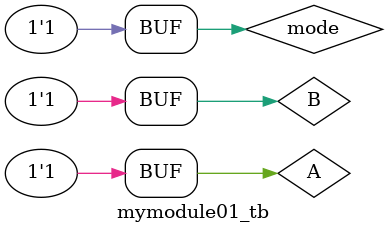
<source format=v>
`timescale 1ns / 1ps


module mymodule01_tb;

	// Inputs
	reg A;
	reg B;
	reg mode;

	// Outputs
	wire [0:2] O;

	// Instantiate the Unit Under Test (UUT)
	mymodule01 uut (
		.O(O), 
		.A(A), 
		.B(B), 
		.mode(mode)
	);

	initial begin
		// Initialize Inputs
		A = 0;
		B = 0;
		mode = 0;

		// Wait 100 ns for global reset to finish
		#20;
        
		// Add stimulus here

		A=0;
		B=1;
		mode=0;
		#40;
		
		A=1;
		B=0;
		mode=0;
		#60;
		
		A=1;
		B=1;
		mode=0;
		#80;
		
		A=0;
		B=0;
		mode=1;
		#100;
		
		A=0;
		B=1;
		mode=1;
		#120;
		
		A=1;
		B=0;
		mode=1;
		#140;
		
		A=1;
		B=1;
		mode=1;
		#160;

	end
      	initial begin
	$monitor("A=%d, B=%d , mode=%d , Sum/Diff=%d, Carry/Borrow",A,B,mode,O[0],O[2]);
   end

endmodule


</source>
